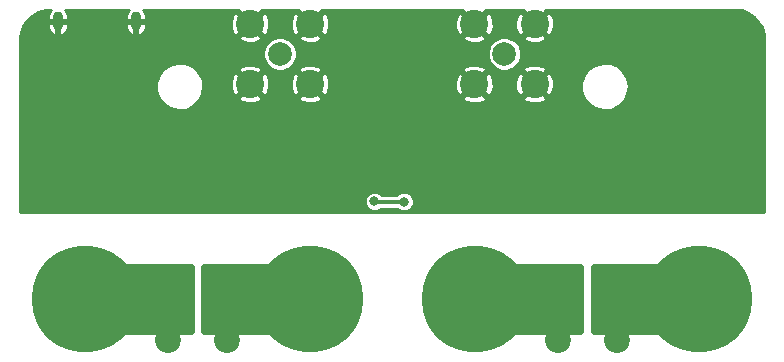
<source format=gbr>
G04 #@! TF.GenerationSoftware,KiCad,Pcbnew,(5.0.0-rc2-204-g01c2d93a8)*
G04 #@! TF.CreationDate,2018-06-27T22:36:21-05:00*
G04 #@! TF.ProjectId,hall-current-probe,68616C6C2D63757272656E742D70726F,rev?*
G04 #@! TF.SameCoordinates,Original*
G04 #@! TF.FileFunction,Copper,L2,Bot,Signal*
G04 #@! TF.FilePolarity,Positive*
%FSLAX46Y46*%
G04 Gerber Fmt 4.6, Leading zero omitted, Abs format (unit mm)*
G04 Created by KiCad (PCBNEW (5.0.0-rc2-204-g01c2d93a8)) date Wed Jun 27 22:36:21 2018*
%MOMM*%
%LPD*%
G01*
G04 APERTURE LIST*
G04 #@! TA.AperFunction,ComponentPad*
%ADD10C,2.200000*%
G04 #@! TD*
G04 #@! TA.AperFunction,ComponentPad*
%ADD11C,1.000000*%
G04 #@! TD*
G04 #@! TA.AperFunction,ComponentPad*
%ADD12C,9.000000*%
G04 #@! TD*
G04 #@! TA.AperFunction,ComponentPad*
%ADD13C,2.400000*%
G04 #@! TD*
G04 #@! TA.AperFunction,ComponentPad*
%ADD14C,2.000000*%
G04 #@! TD*
G04 #@! TA.AperFunction,ComponentPad*
%ADD15O,0.900000X1.600000*%
G04 #@! TD*
G04 #@! TA.AperFunction,ViaPad*
%ADD16C,0.800000*%
G04 #@! TD*
G04 #@! TA.AperFunction,Conductor*
%ADD17C,0.350000*%
G04 #@! TD*
G04 #@! TA.AperFunction,Conductor*
%ADD18C,0.250000*%
G04 #@! TD*
G04 #@! TA.AperFunction,Conductor*
%ADD19C,0.600000*%
G04 #@! TD*
G04 APERTURE END LIST*
D10*
G04 #@! TO.P,J4,2*
G04 #@! TO.N,/IA+*
X13000000Y-23500000D03*
X13000000Y-28500000D03*
G04 #@! TO.P,J4,1*
G04 #@! TO.N,/IA-*
X18000000Y-28500000D03*
X18000000Y-23500000D03*
G04 #@! TD*
G04 #@! TO.P,J5,1*
G04 #@! TO.N,/IB-*
X51000000Y-23500000D03*
X51000000Y-28500000D03*
G04 #@! TO.P,J5,2*
G04 #@! TO.N,/IB+*
X46000000Y-28500000D03*
X46000000Y-23500000D03*
G04 #@! TD*
D11*
G04 #@! TO.P,MP4,1*
G04 #@! TO.N,/IB-*
X59750000Y-21968911D03*
X56250000Y-21968911D03*
X54500000Y-25000000D03*
X56250000Y-28031089D03*
X59750000Y-28031089D03*
X61500000Y-25000000D03*
D12*
X58000000Y-25000000D03*
G04 #@! TD*
G04 #@! TO.P,MP1,1*
G04 #@! TO.N,/IA+*
X6000000Y-25000000D03*
D11*
X9500000Y-25000000D03*
X7750000Y-28031089D03*
X4250000Y-28031089D03*
X2500000Y-25000000D03*
X4250000Y-21968911D03*
X7750000Y-21968911D03*
G04 #@! TD*
G04 #@! TO.P,MP2,1*
G04 #@! TO.N,/IA-*
X26750000Y-21968911D03*
X23250000Y-21968911D03*
X21500000Y-25000000D03*
X23250000Y-28031089D03*
X26750000Y-28031089D03*
X28500000Y-25000000D03*
D12*
X25000000Y-25000000D03*
G04 #@! TD*
G04 #@! TO.P,MP3,1*
G04 #@! TO.N,/IB+*
X39000000Y-25000000D03*
D11*
X42500000Y-25000000D03*
X40750000Y-28031089D03*
X37250000Y-28031089D03*
X35500000Y-25000000D03*
X37250000Y-21968911D03*
X40750000Y-21968911D03*
G04 #@! TD*
D13*
G04 #@! TO.P,J2,2*
G04 #@! TO.N,GND*
X19950000Y-1700000D03*
X25050000Y-1700000D03*
X19950000Y-6800000D03*
X25050000Y-6800000D03*
D14*
G04 #@! TO.P,J2,1*
G04 #@! TO.N,/OUT_A*
X22500000Y-4250000D03*
G04 #@! TD*
G04 #@! TO.P,J3,1*
G04 #@! TO.N,/OUT_B*
X41500000Y-4250000D03*
D13*
G04 #@! TO.P,J3,2*
G04 #@! TO.N,GND*
X44050000Y-6800000D03*
X38950000Y-6800000D03*
X44050000Y-1700000D03*
X38950000Y-1700000D03*
G04 #@! TD*
D15*
G04 #@! TO.P,J1,SH*
G04 #@! TO.N,GND*
X3700000Y-1500000D03*
X10300000Y-1500000D03*
G04 #@! TD*
D16*
G04 #@! TO.N,GND*
X11500000Y-13850000D03*
X50405000Y-14495000D03*
X17500000Y-14450000D03*
X24250000Y-15150000D03*
X26250000Y-15150000D03*
X36250000Y-15250000D03*
X38250000Y-15250000D03*
X4800000Y-6950000D03*
X4800000Y-15750000D03*
X44499998Y-13950000D03*
G04 #@! TO.N,+5*
X30499092Y-16725523D03*
X33000000Y-16750000D03*
G04 #@! TO.N,/IB+*
X47500000Y-22750000D03*
X47500000Y-25750000D03*
X46250000Y-27000000D03*
X46250000Y-25750000D03*
X47500000Y-27250000D03*
X47500000Y-24250000D03*
G04 #@! TO.N,/IA-*
X16500000Y-27250000D03*
X16500000Y-25750000D03*
X16500000Y-24250000D03*
X16500000Y-22750000D03*
X17750000Y-25750000D03*
X17750000Y-27000000D03*
G04 #@! TO.N,/IA+*
X14500000Y-27250000D03*
X14500000Y-25750000D03*
X14500000Y-24250000D03*
X14500000Y-22750000D03*
X13250000Y-25750000D03*
X13250000Y-27000000D03*
G04 #@! TO.N,/IB-*
X50750000Y-27000000D03*
X49500000Y-22750000D03*
X49500000Y-27250000D03*
X49500000Y-25750000D03*
X49500000Y-24250000D03*
X50750000Y-25750000D03*
G04 #@! TD*
D17*
G04 #@! TO.N,+5*
X33000000Y-16750000D02*
X30523569Y-16750000D01*
X30523569Y-16750000D02*
X30499092Y-16725523D01*
G04 #@! TD*
D18*
G04 #@! TO.N,GND*
G36*
X2939441Y-699667D02*
X2825000Y-1025000D01*
X2825000Y-1375000D01*
X3575000Y-1375000D01*
X3575000Y-1355000D01*
X3825000Y-1355000D01*
X3825000Y-1375000D01*
X4575000Y-1375000D01*
X4575000Y-1025000D01*
X4460559Y-699667D01*
X4281533Y-500000D01*
X9718467Y-500000D01*
X9539441Y-699667D01*
X9425000Y-1025000D01*
X9425000Y-1375000D01*
X10175000Y-1375000D01*
X10175000Y-1355000D01*
X10425000Y-1355000D01*
X10425000Y-1375000D01*
X11175000Y-1375000D01*
X11175000Y-1025000D01*
X11060559Y-699667D01*
X10881533Y-500000D01*
X18956550Y-500000D01*
X18945527Y-518751D01*
X19950000Y-1523223D01*
X20954473Y-518751D01*
X20943450Y-500000D01*
X24056550Y-500000D01*
X24045527Y-518751D01*
X25050000Y-1523223D01*
X26054473Y-518751D01*
X26043450Y-500000D01*
X37956550Y-500000D01*
X37945527Y-518751D01*
X38950000Y-1523223D01*
X39954473Y-518751D01*
X39943450Y-500000D01*
X43056550Y-500000D01*
X43045527Y-518751D01*
X44050000Y-1523223D01*
X45054473Y-518751D01*
X45043450Y-500000D01*
X60970952Y-500000D01*
X61574346Y-570348D01*
X62117879Y-767641D01*
X62601452Y-1084686D01*
X62999115Y-1504468D01*
X63289545Y-2004479D01*
X63459139Y-2564435D01*
X63500001Y-3022284D01*
X63500000Y-17625000D01*
X500000Y-17625000D01*
X500000Y-16561420D01*
X29674092Y-16561420D01*
X29674092Y-16889626D01*
X29799691Y-17192848D01*
X30031767Y-17424924D01*
X30334989Y-17550523D01*
X30663195Y-17550523D01*
X30966417Y-17424924D01*
X31041341Y-17350000D01*
X32433274Y-17350000D01*
X32532675Y-17449401D01*
X32835897Y-17575000D01*
X33164103Y-17575000D01*
X33467325Y-17449401D01*
X33699401Y-17217325D01*
X33825000Y-16914103D01*
X33825000Y-16585897D01*
X33699401Y-16282675D01*
X33467325Y-16050599D01*
X33164103Y-15925000D01*
X32835897Y-15925000D01*
X32532675Y-16050599D01*
X32433274Y-16150000D01*
X31090295Y-16150000D01*
X30966417Y-16026122D01*
X30663195Y-15900523D01*
X30334989Y-15900523D01*
X30031767Y-16026122D01*
X29799691Y-16258198D01*
X29674092Y-16561420D01*
X500000Y-16561420D01*
X500000Y-6684002D01*
X12004870Y-6684002D01*
X12010079Y-7347297D01*
X12229861Y-7973142D01*
X12640515Y-8494055D01*
X13197761Y-8853864D01*
X13841513Y-9013773D01*
X14502354Y-8956538D01*
X15109026Y-8688331D01*
X15596113Y-8238072D01*
X15734687Y-7981249D01*
X18945527Y-7981249D01*
X19080039Y-8210061D01*
X19685868Y-8435646D01*
X20331908Y-8412219D01*
X20819961Y-8210061D01*
X20954473Y-7981249D01*
X24045527Y-7981249D01*
X24180039Y-8210061D01*
X24785868Y-8435646D01*
X25431908Y-8412219D01*
X25919961Y-8210061D01*
X26054473Y-7981249D01*
X37945527Y-7981249D01*
X38080039Y-8210061D01*
X38685868Y-8435646D01*
X39331908Y-8412219D01*
X39819961Y-8210061D01*
X39954473Y-7981249D01*
X43045527Y-7981249D01*
X43180039Y-8210061D01*
X43785868Y-8435646D01*
X44431908Y-8412219D01*
X44919961Y-8210061D01*
X45054473Y-7981249D01*
X44050000Y-6976777D01*
X43045527Y-7981249D01*
X39954473Y-7981249D01*
X38950000Y-6976777D01*
X37945527Y-7981249D01*
X26054473Y-7981249D01*
X25050000Y-6976777D01*
X24045527Y-7981249D01*
X20954473Y-7981249D01*
X19950000Y-6976777D01*
X18945527Y-7981249D01*
X15734687Y-7981249D01*
X15911092Y-7654313D01*
X16020000Y-7000000D01*
X16019751Y-6968271D01*
X15940780Y-6535868D01*
X18314354Y-6535868D01*
X18337781Y-7181908D01*
X18539939Y-7669961D01*
X18768751Y-7804473D01*
X19773223Y-6800000D01*
X20126777Y-6800000D01*
X21131249Y-7804473D01*
X21360061Y-7669961D01*
X21585646Y-7064132D01*
X21566490Y-6535868D01*
X23414354Y-6535868D01*
X23437781Y-7181908D01*
X23639939Y-7669961D01*
X23868751Y-7804473D01*
X24873223Y-6800000D01*
X25226777Y-6800000D01*
X26231249Y-7804473D01*
X26460061Y-7669961D01*
X26685646Y-7064132D01*
X26666490Y-6535868D01*
X37314354Y-6535868D01*
X37337781Y-7181908D01*
X37539939Y-7669961D01*
X37768751Y-7804473D01*
X38773223Y-6800000D01*
X39126777Y-6800000D01*
X40131249Y-7804473D01*
X40360061Y-7669961D01*
X40585646Y-7064132D01*
X40566490Y-6535868D01*
X42414354Y-6535868D01*
X42437781Y-7181908D01*
X42639939Y-7669961D01*
X42868751Y-7804473D01*
X43873223Y-6800000D01*
X44226777Y-6800000D01*
X45231249Y-7804473D01*
X45460061Y-7669961D01*
X45685646Y-7064132D01*
X45671862Y-6684002D01*
X48004870Y-6684002D01*
X48010079Y-7347297D01*
X48229861Y-7973142D01*
X48640515Y-8494055D01*
X49197761Y-8853864D01*
X49841513Y-9013773D01*
X50502354Y-8956538D01*
X51109026Y-8688331D01*
X51596113Y-8238072D01*
X51911092Y-7654313D01*
X52020000Y-7000000D01*
X52019751Y-6968271D01*
X51900579Y-6315749D01*
X51576469Y-5737010D01*
X51082370Y-5294458D01*
X50471560Y-5035813D01*
X49809901Y-4988965D01*
X49168741Y-5158965D01*
X48617215Y-5527483D01*
X48214793Y-6054782D01*
X48004870Y-6684002D01*
X45671862Y-6684002D01*
X45662219Y-6418092D01*
X45460061Y-5930039D01*
X45231249Y-5795527D01*
X44226777Y-6800000D01*
X43873223Y-6800000D01*
X42868751Y-5795527D01*
X42639939Y-5930039D01*
X42414354Y-6535868D01*
X40566490Y-6535868D01*
X40562219Y-6418092D01*
X40360061Y-5930039D01*
X40131249Y-5795527D01*
X39126777Y-6800000D01*
X38773223Y-6800000D01*
X37768751Y-5795527D01*
X37539939Y-5930039D01*
X37314354Y-6535868D01*
X26666490Y-6535868D01*
X26662219Y-6418092D01*
X26460061Y-5930039D01*
X26231249Y-5795527D01*
X25226777Y-6800000D01*
X24873223Y-6800000D01*
X23868751Y-5795527D01*
X23639939Y-5930039D01*
X23414354Y-6535868D01*
X21566490Y-6535868D01*
X21562219Y-6418092D01*
X21360061Y-5930039D01*
X21131249Y-5795527D01*
X20126777Y-6800000D01*
X19773223Y-6800000D01*
X18768751Y-5795527D01*
X18539939Y-5930039D01*
X18314354Y-6535868D01*
X15940780Y-6535868D01*
X15900579Y-6315749D01*
X15576469Y-5737010D01*
X15444436Y-5618751D01*
X18945527Y-5618751D01*
X19950000Y-6623223D01*
X20954473Y-5618751D01*
X20819961Y-5389939D01*
X20214132Y-5164354D01*
X19568092Y-5187781D01*
X19080039Y-5389939D01*
X18945527Y-5618751D01*
X15444436Y-5618751D01*
X15082370Y-5294458D01*
X14471560Y-5035813D01*
X13809901Y-4988965D01*
X13168741Y-5158965D01*
X12617215Y-5527483D01*
X12214793Y-6054782D01*
X12004870Y-6684002D01*
X500000Y-6684002D01*
X500000Y-3966550D01*
X21075000Y-3966550D01*
X21075000Y-4533450D01*
X21291944Y-5057197D01*
X21692803Y-5458056D01*
X22216550Y-5675000D01*
X22783450Y-5675000D01*
X22919246Y-5618751D01*
X24045527Y-5618751D01*
X25050000Y-6623223D01*
X26054473Y-5618751D01*
X37945527Y-5618751D01*
X38950000Y-6623223D01*
X39954473Y-5618751D01*
X39819961Y-5389939D01*
X39214132Y-5164354D01*
X38568092Y-5187781D01*
X38080039Y-5389939D01*
X37945527Y-5618751D01*
X26054473Y-5618751D01*
X25919961Y-5389939D01*
X25314132Y-5164354D01*
X24668092Y-5187781D01*
X24180039Y-5389939D01*
X24045527Y-5618751D01*
X22919246Y-5618751D01*
X23307197Y-5458056D01*
X23708056Y-5057197D01*
X23925000Y-4533450D01*
X23925000Y-3966550D01*
X40075000Y-3966550D01*
X40075000Y-4533450D01*
X40291944Y-5057197D01*
X40692803Y-5458056D01*
X41216550Y-5675000D01*
X41783450Y-5675000D01*
X41919246Y-5618751D01*
X43045527Y-5618751D01*
X44050000Y-6623223D01*
X45054473Y-5618751D01*
X44919961Y-5389939D01*
X44314132Y-5164354D01*
X43668092Y-5187781D01*
X43180039Y-5389939D01*
X43045527Y-5618751D01*
X41919246Y-5618751D01*
X42307197Y-5458056D01*
X42708056Y-5057197D01*
X42925000Y-4533450D01*
X42925000Y-3966550D01*
X42708056Y-3442803D01*
X42307197Y-3041944D01*
X41919247Y-2881249D01*
X43045527Y-2881249D01*
X43180039Y-3110061D01*
X43785868Y-3335646D01*
X44431908Y-3312219D01*
X44919961Y-3110061D01*
X45054473Y-2881249D01*
X44050000Y-1876777D01*
X43045527Y-2881249D01*
X41919247Y-2881249D01*
X41783450Y-2825000D01*
X41216550Y-2825000D01*
X40692803Y-3041944D01*
X40291944Y-3442803D01*
X40075000Y-3966550D01*
X23925000Y-3966550D01*
X23708056Y-3442803D01*
X23307197Y-3041944D01*
X22919247Y-2881249D01*
X24045527Y-2881249D01*
X24180039Y-3110061D01*
X24785868Y-3335646D01*
X25431908Y-3312219D01*
X25919961Y-3110061D01*
X26054473Y-2881249D01*
X37945527Y-2881249D01*
X38080039Y-3110061D01*
X38685868Y-3335646D01*
X39331908Y-3312219D01*
X39819961Y-3110061D01*
X39954473Y-2881249D01*
X38950000Y-1876777D01*
X37945527Y-2881249D01*
X26054473Y-2881249D01*
X25050000Y-1876777D01*
X24045527Y-2881249D01*
X22919247Y-2881249D01*
X22783450Y-2825000D01*
X22216550Y-2825000D01*
X21692803Y-3041944D01*
X21291944Y-3442803D01*
X21075000Y-3966550D01*
X500000Y-3966550D01*
X500000Y-3029048D01*
X517231Y-2881249D01*
X18945527Y-2881249D01*
X19080039Y-3110061D01*
X19685868Y-3335646D01*
X20331908Y-3312219D01*
X20819961Y-3110061D01*
X20954473Y-2881249D01*
X19950000Y-1876777D01*
X18945527Y-2881249D01*
X517231Y-2881249D01*
X570348Y-2425654D01*
X767641Y-1882121D01*
X936217Y-1625000D01*
X2825000Y-1625000D01*
X2825000Y-1975000D01*
X2939441Y-2300333D01*
X3169670Y-2557107D01*
X3441063Y-2685808D01*
X3575000Y-2608519D01*
X3575000Y-1625000D01*
X3825000Y-1625000D01*
X3825000Y-2608519D01*
X3958937Y-2685808D01*
X4230330Y-2557107D01*
X4460559Y-2300333D01*
X4575000Y-1975000D01*
X4575000Y-1625000D01*
X9425000Y-1625000D01*
X9425000Y-1975000D01*
X9539441Y-2300333D01*
X9769670Y-2557107D01*
X10041063Y-2685808D01*
X10175000Y-2608519D01*
X10175000Y-1625000D01*
X10425000Y-1625000D01*
X10425000Y-2608519D01*
X10558937Y-2685808D01*
X10830330Y-2557107D01*
X11060559Y-2300333D01*
X11175000Y-1975000D01*
X11175000Y-1625000D01*
X10425000Y-1625000D01*
X10175000Y-1625000D01*
X9425000Y-1625000D01*
X4575000Y-1625000D01*
X3825000Y-1625000D01*
X3575000Y-1625000D01*
X2825000Y-1625000D01*
X936217Y-1625000D01*
X1060217Y-1435868D01*
X18314354Y-1435868D01*
X18337781Y-2081908D01*
X18539939Y-2569961D01*
X18768751Y-2704473D01*
X19773223Y-1700000D01*
X20126777Y-1700000D01*
X21131249Y-2704473D01*
X21360061Y-2569961D01*
X21585646Y-1964132D01*
X21566490Y-1435868D01*
X23414354Y-1435868D01*
X23437781Y-2081908D01*
X23639939Y-2569961D01*
X23868751Y-2704473D01*
X24873223Y-1700000D01*
X25226777Y-1700000D01*
X26231249Y-2704473D01*
X26460061Y-2569961D01*
X26685646Y-1964132D01*
X26666490Y-1435868D01*
X37314354Y-1435868D01*
X37337781Y-2081908D01*
X37539939Y-2569961D01*
X37768751Y-2704473D01*
X38773223Y-1700000D01*
X39126777Y-1700000D01*
X40131249Y-2704473D01*
X40360061Y-2569961D01*
X40585646Y-1964132D01*
X40566490Y-1435868D01*
X42414354Y-1435868D01*
X42437781Y-2081908D01*
X42639939Y-2569961D01*
X42868751Y-2704473D01*
X43873223Y-1700000D01*
X44226777Y-1700000D01*
X45231249Y-2704473D01*
X45460061Y-2569961D01*
X45685646Y-1964132D01*
X45662219Y-1318092D01*
X45460061Y-830039D01*
X45231249Y-695527D01*
X44226777Y-1700000D01*
X43873223Y-1700000D01*
X42868751Y-695527D01*
X42639939Y-830039D01*
X42414354Y-1435868D01*
X40566490Y-1435868D01*
X40562219Y-1318092D01*
X40360061Y-830039D01*
X40131249Y-695527D01*
X39126777Y-1700000D01*
X38773223Y-1700000D01*
X37768751Y-695527D01*
X37539939Y-830039D01*
X37314354Y-1435868D01*
X26666490Y-1435868D01*
X26662219Y-1318092D01*
X26460061Y-830039D01*
X26231249Y-695527D01*
X25226777Y-1700000D01*
X24873223Y-1700000D01*
X23868751Y-695527D01*
X23639939Y-830039D01*
X23414354Y-1435868D01*
X21566490Y-1435868D01*
X21562219Y-1318092D01*
X21360061Y-830039D01*
X21131249Y-695527D01*
X20126777Y-1700000D01*
X19773223Y-1700000D01*
X18768751Y-695527D01*
X18539939Y-830039D01*
X18314354Y-1435868D01*
X1060217Y-1435868D01*
X1084686Y-1398548D01*
X1504468Y-1000885D01*
X2004479Y-710455D01*
X2564435Y-540861D01*
X3022273Y-500000D01*
X3118467Y-500000D01*
X2939441Y-699667D01*
X2939441Y-699667D01*
G37*
X2939441Y-699667D02*
X2825000Y-1025000D01*
X2825000Y-1375000D01*
X3575000Y-1375000D01*
X3575000Y-1355000D01*
X3825000Y-1355000D01*
X3825000Y-1375000D01*
X4575000Y-1375000D01*
X4575000Y-1025000D01*
X4460559Y-699667D01*
X4281533Y-500000D01*
X9718467Y-500000D01*
X9539441Y-699667D01*
X9425000Y-1025000D01*
X9425000Y-1375000D01*
X10175000Y-1375000D01*
X10175000Y-1355000D01*
X10425000Y-1355000D01*
X10425000Y-1375000D01*
X11175000Y-1375000D01*
X11175000Y-1025000D01*
X11060559Y-699667D01*
X10881533Y-500000D01*
X18956550Y-500000D01*
X18945527Y-518751D01*
X19950000Y-1523223D01*
X20954473Y-518751D01*
X20943450Y-500000D01*
X24056550Y-500000D01*
X24045527Y-518751D01*
X25050000Y-1523223D01*
X26054473Y-518751D01*
X26043450Y-500000D01*
X37956550Y-500000D01*
X37945527Y-518751D01*
X38950000Y-1523223D01*
X39954473Y-518751D01*
X39943450Y-500000D01*
X43056550Y-500000D01*
X43045527Y-518751D01*
X44050000Y-1523223D01*
X45054473Y-518751D01*
X45043450Y-500000D01*
X60970952Y-500000D01*
X61574346Y-570348D01*
X62117879Y-767641D01*
X62601452Y-1084686D01*
X62999115Y-1504468D01*
X63289545Y-2004479D01*
X63459139Y-2564435D01*
X63500001Y-3022284D01*
X63500000Y-17625000D01*
X500000Y-17625000D01*
X500000Y-16561420D01*
X29674092Y-16561420D01*
X29674092Y-16889626D01*
X29799691Y-17192848D01*
X30031767Y-17424924D01*
X30334989Y-17550523D01*
X30663195Y-17550523D01*
X30966417Y-17424924D01*
X31041341Y-17350000D01*
X32433274Y-17350000D01*
X32532675Y-17449401D01*
X32835897Y-17575000D01*
X33164103Y-17575000D01*
X33467325Y-17449401D01*
X33699401Y-17217325D01*
X33825000Y-16914103D01*
X33825000Y-16585897D01*
X33699401Y-16282675D01*
X33467325Y-16050599D01*
X33164103Y-15925000D01*
X32835897Y-15925000D01*
X32532675Y-16050599D01*
X32433274Y-16150000D01*
X31090295Y-16150000D01*
X30966417Y-16026122D01*
X30663195Y-15900523D01*
X30334989Y-15900523D01*
X30031767Y-16026122D01*
X29799691Y-16258198D01*
X29674092Y-16561420D01*
X500000Y-16561420D01*
X500000Y-6684002D01*
X12004870Y-6684002D01*
X12010079Y-7347297D01*
X12229861Y-7973142D01*
X12640515Y-8494055D01*
X13197761Y-8853864D01*
X13841513Y-9013773D01*
X14502354Y-8956538D01*
X15109026Y-8688331D01*
X15596113Y-8238072D01*
X15734687Y-7981249D01*
X18945527Y-7981249D01*
X19080039Y-8210061D01*
X19685868Y-8435646D01*
X20331908Y-8412219D01*
X20819961Y-8210061D01*
X20954473Y-7981249D01*
X24045527Y-7981249D01*
X24180039Y-8210061D01*
X24785868Y-8435646D01*
X25431908Y-8412219D01*
X25919961Y-8210061D01*
X26054473Y-7981249D01*
X37945527Y-7981249D01*
X38080039Y-8210061D01*
X38685868Y-8435646D01*
X39331908Y-8412219D01*
X39819961Y-8210061D01*
X39954473Y-7981249D01*
X43045527Y-7981249D01*
X43180039Y-8210061D01*
X43785868Y-8435646D01*
X44431908Y-8412219D01*
X44919961Y-8210061D01*
X45054473Y-7981249D01*
X44050000Y-6976777D01*
X43045527Y-7981249D01*
X39954473Y-7981249D01*
X38950000Y-6976777D01*
X37945527Y-7981249D01*
X26054473Y-7981249D01*
X25050000Y-6976777D01*
X24045527Y-7981249D01*
X20954473Y-7981249D01*
X19950000Y-6976777D01*
X18945527Y-7981249D01*
X15734687Y-7981249D01*
X15911092Y-7654313D01*
X16020000Y-7000000D01*
X16019751Y-6968271D01*
X15940780Y-6535868D01*
X18314354Y-6535868D01*
X18337781Y-7181908D01*
X18539939Y-7669961D01*
X18768751Y-7804473D01*
X19773223Y-6800000D01*
X20126777Y-6800000D01*
X21131249Y-7804473D01*
X21360061Y-7669961D01*
X21585646Y-7064132D01*
X21566490Y-6535868D01*
X23414354Y-6535868D01*
X23437781Y-7181908D01*
X23639939Y-7669961D01*
X23868751Y-7804473D01*
X24873223Y-6800000D01*
X25226777Y-6800000D01*
X26231249Y-7804473D01*
X26460061Y-7669961D01*
X26685646Y-7064132D01*
X26666490Y-6535868D01*
X37314354Y-6535868D01*
X37337781Y-7181908D01*
X37539939Y-7669961D01*
X37768751Y-7804473D01*
X38773223Y-6800000D01*
X39126777Y-6800000D01*
X40131249Y-7804473D01*
X40360061Y-7669961D01*
X40585646Y-7064132D01*
X40566490Y-6535868D01*
X42414354Y-6535868D01*
X42437781Y-7181908D01*
X42639939Y-7669961D01*
X42868751Y-7804473D01*
X43873223Y-6800000D01*
X44226777Y-6800000D01*
X45231249Y-7804473D01*
X45460061Y-7669961D01*
X45685646Y-7064132D01*
X45671862Y-6684002D01*
X48004870Y-6684002D01*
X48010079Y-7347297D01*
X48229861Y-7973142D01*
X48640515Y-8494055D01*
X49197761Y-8853864D01*
X49841513Y-9013773D01*
X50502354Y-8956538D01*
X51109026Y-8688331D01*
X51596113Y-8238072D01*
X51911092Y-7654313D01*
X52020000Y-7000000D01*
X52019751Y-6968271D01*
X51900579Y-6315749D01*
X51576469Y-5737010D01*
X51082370Y-5294458D01*
X50471560Y-5035813D01*
X49809901Y-4988965D01*
X49168741Y-5158965D01*
X48617215Y-5527483D01*
X48214793Y-6054782D01*
X48004870Y-6684002D01*
X45671862Y-6684002D01*
X45662219Y-6418092D01*
X45460061Y-5930039D01*
X45231249Y-5795527D01*
X44226777Y-6800000D01*
X43873223Y-6800000D01*
X42868751Y-5795527D01*
X42639939Y-5930039D01*
X42414354Y-6535868D01*
X40566490Y-6535868D01*
X40562219Y-6418092D01*
X40360061Y-5930039D01*
X40131249Y-5795527D01*
X39126777Y-6800000D01*
X38773223Y-6800000D01*
X37768751Y-5795527D01*
X37539939Y-5930039D01*
X37314354Y-6535868D01*
X26666490Y-6535868D01*
X26662219Y-6418092D01*
X26460061Y-5930039D01*
X26231249Y-5795527D01*
X25226777Y-6800000D01*
X24873223Y-6800000D01*
X23868751Y-5795527D01*
X23639939Y-5930039D01*
X23414354Y-6535868D01*
X21566490Y-6535868D01*
X21562219Y-6418092D01*
X21360061Y-5930039D01*
X21131249Y-5795527D01*
X20126777Y-6800000D01*
X19773223Y-6800000D01*
X18768751Y-5795527D01*
X18539939Y-5930039D01*
X18314354Y-6535868D01*
X15940780Y-6535868D01*
X15900579Y-6315749D01*
X15576469Y-5737010D01*
X15444436Y-5618751D01*
X18945527Y-5618751D01*
X19950000Y-6623223D01*
X20954473Y-5618751D01*
X20819961Y-5389939D01*
X20214132Y-5164354D01*
X19568092Y-5187781D01*
X19080039Y-5389939D01*
X18945527Y-5618751D01*
X15444436Y-5618751D01*
X15082370Y-5294458D01*
X14471560Y-5035813D01*
X13809901Y-4988965D01*
X13168741Y-5158965D01*
X12617215Y-5527483D01*
X12214793Y-6054782D01*
X12004870Y-6684002D01*
X500000Y-6684002D01*
X500000Y-3966550D01*
X21075000Y-3966550D01*
X21075000Y-4533450D01*
X21291944Y-5057197D01*
X21692803Y-5458056D01*
X22216550Y-5675000D01*
X22783450Y-5675000D01*
X22919246Y-5618751D01*
X24045527Y-5618751D01*
X25050000Y-6623223D01*
X26054473Y-5618751D01*
X37945527Y-5618751D01*
X38950000Y-6623223D01*
X39954473Y-5618751D01*
X39819961Y-5389939D01*
X39214132Y-5164354D01*
X38568092Y-5187781D01*
X38080039Y-5389939D01*
X37945527Y-5618751D01*
X26054473Y-5618751D01*
X25919961Y-5389939D01*
X25314132Y-5164354D01*
X24668092Y-5187781D01*
X24180039Y-5389939D01*
X24045527Y-5618751D01*
X22919246Y-5618751D01*
X23307197Y-5458056D01*
X23708056Y-5057197D01*
X23925000Y-4533450D01*
X23925000Y-3966550D01*
X40075000Y-3966550D01*
X40075000Y-4533450D01*
X40291944Y-5057197D01*
X40692803Y-5458056D01*
X41216550Y-5675000D01*
X41783450Y-5675000D01*
X41919246Y-5618751D01*
X43045527Y-5618751D01*
X44050000Y-6623223D01*
X45054473Y-5618751D01*
X44919961Y-5389939D01*
X44314132Y-5164354D01*
X43668092Y-5187781D01*
X43180039Y-5389939D01*
X43045527Y-5618751D01*
X41919246Y-5618751D01*
X42307197Y-5458056D01*
X42708056Y-5057197D01*
X42925000Y-4533450D01*
X42925000Y-3966550D01*
X42708056Y-3442803D01*
X42307197Y-3041944D01*
X41919247Y-2881249D01*
X43045527Y-2881249D01*
X43180039Y-3110061D01*
X43785868Y-3335646D01*
X44431908Y-3312219D01*
X44919961Y-3110061D01*
X45054473Y-2881249D01*
X44050000Y-1876777D01*
X43045527Y-2881249D01*
X41919247Y-2881249D01*
X41783450Y-2825000D01*
X41216550Y-2825000D01*
X40692803Y-3041944D01*
X40291944Y-3442803D01*
X40075000Y-3966550D01*
X23925000Y-3966550D01*
X23708056Y-3442803D01*
X23307197Y-3041944D01*
X22919247Y-2881249D01*
X24045527Y-2881249D01*
X24180039Y-3110061D01*
X24785868Y-3335646D01*
X25431908Y-3312219D01*
X25919961Y-3110061D01*
X26054473Y-2881249D01*
X37945527Y-2881249D01*
X38080039Y-3110061D01*
X38685868Y-3335646D01*
X39331908Y-3312219D01*
X39819961Y-3110061D01*
X39954473Y-2881249D01*
X38950000Y-1876777D01*
X37945527Y-2881249D01*
X26054473Y-2881249D01*
X25050000Y-1876777D01*
X24045527Y-2881249D01*
X22919247Y-2881249D01*
X22783450Y-2825000D01*
X22216550Y-2825000D01*
X21692803Y-3041944D01*
X21291944Y-3442803D01*
X21075000Y-3966550D01*
X500000Y-3966550D01*
X500000Y-3029048D01*
X517231Y-2881249D01*
X18945527Y-2881249D01*
X19080039Y-3110061D01*
X19685868Y-3335646D01*
X20331908Y-3312219D01*
X20819961Y-3110061D01*
X20954473Y-2881249D01*
X19950000Y-1876777D01*
X18945527Y-2881249D01*
X517231Y-2881249D01*
X570348Y-2425654D01*
X767641Y-1882121D01*
X936217Y-1625000D01*
X2825000Y-1625000D01*
X2825000Y-1975000D01*
X2939441Y-2300333D01*
X3169670Y-2557107D01*
X3441063Y-2685808D01*
X3575000Y-2608519D01*
X3575000Y-1625000D01*
X3825000Y-1625000D01*
X3825000Y-2608519D01*
X3958937Y-2685808D01*
X4230330Y-2557107D01*
X4460559Y-2300333D01*
X4575000Y-1975000D01*
X4575000Y-1625000D01*
X9425000Y-1625000D01*
X9425000Y-1975000D01*
X9539441Y-2300333D01*
X9769670Y-2557107D01*
X10041063Y-2685808D01*
X10175000Y-2608519D01*
X10175000Y-1625000D01*
X10425000Y-1625000D01*
X10425000Y-2608519D01*
X10558937Y-2685808D01*
X10830330Y-2557107D01*
X11060559Y-2300333D01*
X11175000Y-1975000D01*
X11175000Y-1625000D01*
X10425000Y-1625000D01*
X10175000Y-1625000D01*
X9425000Y-1625000D01*
X4575000Y-1625000D01*
X3825000Y-1625000D01*
X3575000Y-1625000D01*
X2825000Y-1625000D01*
X936217Y-1625000D01*
X1060217Y-1435868D01*
X18314354Y-1435868D01*
X18337781Y-2081908D01*
X18539939Y-2569961D01*
X18768751Y-2704473D01*
X19773223Y-1700000D01*
X20126777Y-1700000D01*
X21131249Y-2704473D01*
X21360061Y-2569961D01*
X21585646Y-1964132D01*
X21566490Y-1435868D01*
X23414354Y-1435868D01*
X23437781Y-2081908D01*
X23639939Y-2569961D01*
X23868751Y-2704473D01*
X24873223Y-1700000D01*
X25226777Y-1700000D01*
X26231249Y-2704473D01*
X26460061Y-2569961D01*
X26685646Y-1964132D01*
X26666490Y-1435868D01*
X37314354Y-1435868D01*
X37337781Y-2081908D01*
X37539939Y-2569961D01*
X37768751Y-2704473D01*
X38773223Y-1700000D01*
X39126777Y-1700000D01*
X40131249Y-2704473D01*
X40360061Y-2569961D01*
X40585646Y-1964132D01*
X40566490Y-1435868D01*
X42414354Y-1435868D01*
X42437781Y-2081908D01*
X42639939Y-2569961D01*
X42868751Y-2704473D01*
X43873223Y-1700000D01*
X44226777Y-1700000D01*
X45231249Y-2704473D01*
X45460061Y-2569961D01*
X45685646Y-1964132D01*
X45662219Y-1318092D01*
X45460061Y-830039D01*
X45231249Y-695527D01*
X44226777Y-1700000D01*
X43873223Y-1700000D01*
X42868751Y-695527D01*
X42639939Y-830039D01*
X42414354Y-1435868D01*
X40566490Y-1435868D01*
X40562219Y-1318092D01*
X40360061Y-830039D01*
X40131249Y-695527D01*
X39126777Y-1700000D01*
X38773223Y-1700000D01*
X37768751Y-695527D01*
X37539939Y-830039D01*
X37314354Y-1435868D01*
X26666490Y-1435868D01*
X26662219Y-1318092D01*
X26460061Y-830039D01*
X26231249Y-695527D01*
X25226777Y-1700000D01*
X24873223Y-1700000D01*
X23868751Y-695527D01*
X23639939Y-830039D01*
X23414354Y-1435868D01*
X21566490Y-1435868D01*
X21562219Y-1318092D01*
X21360061Y-830039D01*
X21131249Y-695527D01*
X20126777Y-1700000D01*
X19773223Y-1700000D01*
X18768751Y-695527D01*
X18539939Y-830039D01*
X18314354Y-1435868D01*
X1060217Y-1435868D01*
X1084686Y-1398548D01*
X1504468Y-1000885D01*
X2004479Y-710455D01*
X2564435Y-540861D01*
X3022273Y-500000D01*
X3118467Y-500000D01*
X2939441Y-699667D01*
D19*
G04 #@! TO.N,/IB+*
G36*
X47942000Y-27700000D02*
X39115823Y-27700000D01*
X36705299Y-25512673D01*
X39148741Y-22300000D01*
X47942000Y-22300000D01*
X47942000Y-27700000D01*
X47942000Y-27700000D01*
G37*
X47942000Y-27700000D02*
X39115823Y-27700000D01*
X36705299Y-25512673D01*
X39148741Y-22300000D01*
X47942000Y-22300000D01*
X47942000Y-27700000D01*
G04 #@! TO.N,/IB-*
G36*
X60274070Y-24487327D02*
X57830628Y-27700000D01*
X49050000Y-27700000D01*
X49050000Y-22300000D01*
X57863546Y-22300000D01*
X60274070Y-24487327D01*
X60274070Y-24487327D01*
G37*
X60274070Y-24487327D02*
X57830628Y-27700000D01*
X49050000Y-27700000D01*
X49050000Y-22300000D01*
X57863546Y-22300000D01*
X60274070Y-24487327D01*
G04 #@! TO.N,/IA-*
G36*
X27575736Y-25000000D02*
X24875736Y-27700000D01*
X16050000Y-27700000D01*
X16050000Y-22300000D01*
X24875736Y-22300000D01*
X27575736Y-25000000D01*
X27575736Y-25000000D01*
G37*
X27575736Y-25000000D02*
X24875736Y-27700000D01*
X16050000Y-27700000D01*
X16050000Y-22300000D01*
X24875736Y-22300000D01*
X27575736Y-25000000D01*
G04 #@! TO.N,/IA+*
G36*
X14942000Y-27700000D02*
X6124264Y-27700000D01*
X3424264Y-25000000D01*
X6124264Y-22300000D01*
X14942000Y-22300000D01*
X14942000Y-27700000D01*
X14942000Y-27700000D01*
G37*
X14942000Y-27700000D02*
X6124264Y-27700000D01*
X3424264Y-25000000D01*
X6124264Y-22300000D01*
X14942000Y-22300000D01*
X14942000Y-27700000D01*
G04 #@! TD*
M02*

</source>
